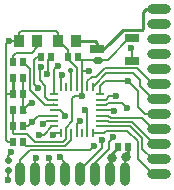
<source format=gbr>
G04 #@! TF.GenerationSoftware,KiCad,Pcbnew,(5.0.2)-1*
G04 #@! TF.CreationDate,2019-07-28T22:14:27+08:00*
G04 #@! TF.ProjectId,NRF24M,4e524632-344d-42e6-9b69-6361645f7063,rev?*
G04 #@! TF.SameCoordinates,Original*
G04 #@! TF.FileFunction,Copper,L1,Top*
G04 #@! TF.FilePolarity,Positive*
%FSLAX46Y46*%
G04 Gerber Fmt 4.6, Leading zero omitted, Abs format (unit mm)*
G04 Created by KiCad (PCBNEW (5.0.2)-1) date 2019-07-28 22:14:27*
%MOMM*%
%LPD*%
G01*
G04 APERTURE LIST*
G04 #@! TA.AperFunction,SMDPad,CuDef*
%ADD10O,0.850000X2.000000*%
G04 #@! TD*
G04 #@! TA.AperFunction,SMDPad,CuDef*
%ADD11O,0.800000X0.200000*%
G04 #@! TD*
G04 #@! TA.AperFunction,SMDPad,CuDef*
%ADD12O,0.200000X0.800000*%
G04 #@! TD*
G04 #@! TA.AperFunction,SMDPad,CuDef*
%ADD13R,0.930000X0.980000*%
G04 #@! TD*
G04 #@! TA.AperFunction,SMDPad,CuDef*
%ADD14R,1.150000X0.650000*%
G04 #@! TD*
G04 #@! TA.AperFunction,ComponentPad*
%ADD15O,2.000000X0.850000*%
G04 #@! TD*
G04 #@! TA.AperFunction,SMDPad,CuDef*
%ADD16R,0.600000X0.650000*%
G04 #@! TD*
G04 #@! TA.AperFunction,ViaPad*
%ADD17C,0.600000*%
G04 #@! TD*
G04 #@! TA.AperFunction,ViaPad*
%ADD18C,0.800000*%
G04 #@! TD*
G04 #@! TA.AperFunction,Conductor*
%ADD19C,0.250000*%
G04 #@! TD*
G04 #@! TA.AperFunction,Conductor*
%ADD20C,0.200000*%
G04 #@! TD*
G04 #@! TA.AperFunction,Conductor*
%ADD21C,0.160000*%
G04 #@! TD*
G04 #@! TA.AperFunction,Conductor*
%ADD22C,0.600000*%
G04 #@! TD*
G04 #@! TA.AperFunction,Conductor*
%ADD23C,0.400000*%
G04 #@! TD*
G04 APERTURE END LIST*
D10*
G04 #@! TO.P,J2,1*
G04 #@! TO.N,+3V3*
X83820000Y-61112400D03*
G04 #@! TO.P,J2,2*
G04 #@! TO.N,GND*
X82550000Y-61112400D03*
G04 #@! TO.P,J2,3*
G04 #@! TO.N,RXD*
X81280000Y-61112400D03*
G04 #@! TO.P,J2,4*
G04 #@! TO.N,TXD*
X80010000Y-61112400D03*
G04 #@! TO.P,J2,5*
G04 #@! TO.N,SCK*
X78740000Y-61112400D03*
G04 #@! TO.P,J2,6*
G04 #@! TO.N,MOSI*
X77470000Y-61112400D03*
G04 #@! TO.P,J2,7*
G04 #@! TO.N,MISO*
X76200000Y-61112400D03*
G04 #@! TO.P,J2,8*
G04 #@! TO.N,RST*
X74930000Y-61112400D03*
G04 #@! TD*
D11*
G04 #@! TO.P,U1,28*
G04 #@! TO.N,D2*
X81655200Y-54390300D03*
G04 #@! TO.P,U1,27*
G04 #@! TO.N,TXD*
X81655200Y-54840300D03*
G04 #@! TO.P,U1,26*
G04 #@! TO.N,RXD*
X81655200Y-55290300D03*
G04 #@! TO.P,U1,25*
G04 #@! TO.N,RST*
X81655200Y-55740300D03*
G04 #@! TO.P,U1,24*
G04 #@! TO.N,SCL*
X81655200Y-56190300D03*
G04 #@! TO.P,U1,23*
G04 #@! TO.N,SDA*
X81655200Y-56640300D03*
G04 #@! TO.P,U1,22*
G04 #@! TO.N,A3*
X81655200Y-57090300D03*
D12*
G04 #@! TO.P,U1,21*
G04 #@! TO.N,A2*
X81055200Y-57690300D03*
G04 #@! TO.P,U1,20*
G04 #@! TO.N,A1*
X80605200Y-57690300D03*
G04 #@! TO.P,U1,19*
G04 #@! TO.N,A0*
X80155200Y-57690300D03*
G04 #@! TO.P,U1,18*
G04 #@! TO.N,GND*
X79705200Y-57690300D03*
G04 #@! TO.P,U1,17*
G04 #@! TO.N,Net-(C2-Pad1)*
X79255200Y-57690300D03*
G04 #@! TO.P,U1,16*
G04 #@! TO.N,+3V3*
X78805200Y-57690300D03*
G04 #@! TO.P,U1,15*
G04 #@! TO.N,SCK*
X78355200Y-57690300D03*
D11*
G04 #@! TO.P,U1,14*
G04 #@! TO.N,MISO*
X77755200Y-57090300D03*
G04 #@! TO.P,U1,13*
G04 #@! TO.N,MOSI*
X77755200Y-56640300D03*
G04 #@! TO.P,U1,12*
G04 #@! TO.N,D10*
X77755200Y-56190300D03*
G04 #@! TO.P,U1,11*
G04 #@! TO.N,D9*
X77755200Y-55740300D03*
G04 #@! TO.P,U1,10*
G04 #@! TO.N,D8*
X77755200Y-55290300D03*
G04 #@! TO.P,U1,9*
G04 #@! TO.N,D7*
X77755200Y-54840300D03*
G04 #@! TO.P,U1,8*
G04 #@! TO.N,D6*
X77755200Y-54390300D03*
D12*
G04 #@! TO.P,U1,7*
G04 #@! TO.N,D5*
X78355200Y-53790300D03*
G04 #@! TO.P,U1,6*
G04 #@! TO.N,XT2*
X78805200Y-53790300D03*
G04 #@! TO.P,U1,5*
G04 #@! TO.N,XT1*
X79255200Y-53790300D03*
G04 #@! TO.P,U1,4*
G04 #@! TO.N,GND*
X79705200Y-53790300D03*
G04 #@! TO.P,U1,3*
G04 #@! TO.N,+3V3*
X80155200Y-53790300D03*
G04 #@! TO.P,U1,2*
G04 #@! TO.N,D4*
X80605200Y-53790300D03*
G04 #@! TO.P,U1,1*
G04 #@! TO.N,D3*
X81055200Y-53790300D03*
G04 #@! TD*
D13*
G04 #@! TO.P,C4,1*
G04 #@! TO.N,VCC*
X79649700Y-49860200D03*
G04 #@! TO.P,C4,2*
G04 #@! TO.N,GND*
X78109700Y-49860200D03*
G04 #@! TD*
D14*
G04 #@! TO.P,VR1,1*
G04 #@! TO.N,GND*
X84406000Y-51546800D03*
G04 #@! TO.P,VR1,2*
G04 #@! TO.N,+3V3*
X84406000Y-49646800D03*
G04 #@! TO.P,VR1,3*
G04 #@! TO.N,VCC*
X81456000Y-50596800D03*
G04 #@! TD*
D15*
G04 #@! TO.P,J1,12*
G04 #@! TO.N,A2*
X86639400Y-61137800D03*
G04 #@! TO.P,J1,11*
G04 #@! TO.N,A3*
X86639400Y-59867800D03*
G04 #@! TO.P,J1,10*
G04 #@! TO.N,SDA*
X86639400Y-58597800D03*
G04 #@! TO.P,J1,9*
G04 #@! TO.N,SCL*
X86639400Y-57327800D03*
G04 #@! TO.P,J1,8*
G04 #@! TO.N,D2*
X86639400Y-56057800D03*
G04 #@! TO.P,J1,7*
G04 #@! TO.N,D3*
X86639400Y-54787800D03*
G04 #@! TO.P,J1,6*
G04 #@! TO.N,D4*
X86639400Y-53517800D03*
G04 #@! TO.P,J1,5*
G04 #@! TO.N,D5*
X86639400Y-52247800D03*
G04 #@! TO.P,J1,4*
G04 #@! TO.N,D6*
X86639400Y-50977800D03*
G04 #@! TO.P,J1,3*
G04 #@! TO.N,D7*
X86639400Y-49707800D03*
G04 #@! TO.P,J1,2*
G04 #@! TO.N,GND*
X86639400Y-48437800D03*
G04 #@! TO.P,J1,1*
G04 #@! TO.N,VCC*
X86639400Y-47167800D03*
G04 #@! TD*
D16*
G04 #@! TO.P,C2,2*
G04 #@! TO.N,GND*
X74287400Y-58474320D03*
G04 #@! TO.P,C2,1*
G04 #@! TO.N,Net-(C2-Pad1)*
X75137400Y-58474320D03*
G04 #@! TD*
G04 #@! TO.P,R1,1*
G04 #@! TO.N,D10*
X75151800Y-57111900D03*
G04 #@! TO.P,R1,2*
G04 #@! TO.N,+3V3*
X74301800Y-57111900D03*
G04 #@! TD*
G04 #@! TO.P,R2,2*
G04 #@! TO.N,+3V3*
X76676700Y-51219100D03*
G04 #@! TO.P,R2,1*
G04 #@! TO.N,D2*
X77526700Y-51219100D03*
G04 #@! TD*
D13*
G04 #@! TO.P,D1,A*
G04 #@! TO.N,Net-(D1-PadA)*
X76335000Y-49860200D03*
G04 #@! TO.P,D1,K*
G04 #@! TO.N,GND*
X74795000Y-49860200D03*
G04 #@! TD*
D16*
G04 #@! TO.P,R3,1*
G04 #@! TO.N,D8*
X75139100Y-51650900D03*
G04 #@! TO.P,R3,2*
G04 #@! TO.N,Net-(D1-PadA)*
X74289100Y-51650900D03*
G04 #@! TD*
G04 #@! TO.P,R4,2*
G04 #@! TO.N,+3V3*
X74301800Y-55753000D03*
G04 #@! TO.P,R4,1*
G04 #@! TO.N,A1*
X75151800Y-55753000D03*
G04 #@! TD*
G04 #@! TO.P,R5,1*
G04 #@! TO.N,A1*
X75139100Y-54394100D03*
G04 #@! TO.P,R5,2*
G04 #@! TO.N,GND*
X74289100Y-54394100D03*
G04 #@! TD*
G04 #@! TO.P,C3,1*
G04 #@! TO.N,A1*
X75151800Y-53035200D03*
G04 #@! TO.P,C3,2*
G04 #@! TO.N,GND*
X74301800Y-53035200D03*
G04 #@! TD*
G04 #@! TO.P,C5,1*
G04 #@! TO.N,+3V3*
X79800000Y-51206400D03*
G04 #@! TO.P,C5,2*
G04 #@! TO.N,GND*
X78950000Y-51206400D03*
G04 #@! TD*
G04 #@! TO.P,C6,1*
G04 #@! TO.N,+3V3*
X84054500Y-58864500D03*
G04 #@! TO.P,C6,2*
G04 #@! TO.N,GND*
X83204500Y-58864500D03*
G04 #@! TD*
D17*
G04 #@! TO.N,GND*
X73951320Y-49875440D03*
X84340700Y-50477870D03*
X79949610Y-56650353D03*
D18*
X82680617Y-59765497D03*
G04 #@! TO.N,+3V3*
X83867280Y-59667417D03*
D17*
X80149700Y-54559200D03*
X76426460Y-53854499D03*
X80741098Y-52382290D03*
G04 #@! TO.N,D5*
X78433946Y-52720176D03*
G04 #@! TO.N,D6*
X78086800Y-51981860D03*
G04 #@! TO.N,D7*
X76712565Y-52044112D03*
G04 #@! TO.N,D9*
X78704020Y-56236360D03*
G04 #@! TO.N,D10*
X75945580Y-56713880D03*
G04 #@! TO.N,MOSI*
X77390840Y-59815220D03*
X76849820Y-56899300D03*
G04 #@! TO.N,MISO*
X76268160Y-59751720D03*
X76478439Y-57809699D03*
G04 #@! TO.N,SCK*
X78269680Y-59729747D03*
X77731200Y-57809708D03*
G04 #@! TO.N,A1*
X75953200Y-55118760D03*
X80377880Y-55761380D03*
G04 #@! TO.N,RST*
X81210761Y-58750729D03*
X82829400Y-55803800D03*
G04 #@! TO.N,RXD*
X82820282Y-58045058D03*
X83997800Y-55575210D03*
G04 #@! TO.N,TXD*
X81850462Y-58270310D03*
X82991529Y-54567588D03*
G04 #@! TO.N,D2*
X84061300Y-53276500D03*
X77212605Y-52668595D03*
X74167580Y-59299600D03*
G04 #@! TO.N,IRQ*
X73870010Y-61611000D03*
G04 #@! TD*
D19*
G04 #@! TO.N,GND*
X74289100Y-53047900D02*
X74301800Y-53035200D01*
X74289100Y-54394100D02*
X74289100Y-53657500D01*
X74289100Y-53657500D02*
X74289100Y-53047900D01*
D20*
X84406000Y-50543170D02*
X84340700Y-50477870D01*
X84406000Y-51546800D02*
X84406000Y-50543170D01*
D21*
X79857600Y-56616600D02*
X79857600Y-56616600D01*
X79705200Y-57690300D02*
X79705200Y-56894763D01*
X79705200Y-56894763D02*
X79949610Y-56650353D01*
D19*
X82654500Y-59439500D02*
X82654500Y-59739380D01*
X83204500Y-58864500D02*
X83204500Y-58889500D01*
D20*
X82550000Y-61112400D02*
X82550000Y-59896114D01*
D19*
X82654500Y-59739380D02*
X82680617Y-59765497D01*
D20*
X82550000Y-59896114D02*
X82680617Y-59765497D01*
D19*
X83204500Y-58889500D02*
X82654500Y-59439500D01*
D20*
X78950000Y-51206400D02*
X78950000Y-50675100D01*
X78950000Y-50675100D02*
X78109700Y-49834800D01*
X79705200Y-53790300D02*
X79705200Y-52161618D01*
X78950000Y-51406418D02*
X78950000Y-51206400D01*
X79705200Y-52161618D02*
X78950000Y-51406418D01*
X73972760Y-49860200D02*
X74795000Y-49860200D01*
X73689099Y-50143861D02*
X73972760Y-49860200D01*
X73727959Y-54394100D02*
X73689099Y-54432960D01*
X74289100Y-54394100D02*
X73727959Y-54394100D01*
X73689099Y-54432960D02*
X73689099Y-50143861D01*
X73689099Y-58267399D02*
X73689099Y-54432960D01*
X74287400Y-58474320D02*
X73896020Y-58474320D01*
X73896020Y-58474320D02*
X73689099Y-58267399D01*
X74276400Y-58470800D02*
X74498238Y-58692638D01*
X78109700Y-49175200D02*
X78109700Y-49860200D01*
X77972849Y-49038349D02*
X78109700Y-49175200D01*
X74952091Y-49038349D02*
X77972849Y-49038349D01*
X74795000Y-49860200D02*
X74795000Y-49195440D01*
X74795000Y-49195440D02*
X74952091Y-49038349D01*
D19*
G04 #@! TO.N,+3V3*
X84054500Y-58864500D02*
X84054500Y-59480197D01*
X84054500Y-59480197D02*
X83867280Y-59667417D01*
D20*
X74301800Y-57111900D02*
X74301800Y-55753000D01*
X80149700Y-54559200D02*
X80149700Y-54295800D01*
X80155200Y-54290300D02*
X80149700Y-54559200D01*
X80155200Y-53790300D02*
X80155200Y-54290300D01*
X80149700Y-54295800D02*
X80149700Y-54559200D01*
X83820000Y-59714697D02*
X83867280Y-59667417D01*
X83820000Y-61112400D02*
X83820000Y-59714697D01*
X80155200Y-52336700D02*
X80155200Y-51561600D01*
X80155200Y-53790300D02*
X80155200Y-52336700D01*
X80155200Y-51561600D02*
X79800000Y-51206400D01*
X79800000Y-51206400D02*
X80066700Y-51473100D01*
X80200790Y-52382290D02*
X80741098Y-52382290D01*
X80155200Y-52336700D02*
X80200790Y-52382290D01*
X76126461Y-53554500D02*
X76426460Y-53854499D01*
X76112555Y-53540594D02*
X76126461Y-53554500D01*
X76112555Y-51487225D02*
X76112555Y-53540594D01*
X76702100Y-51269900D02*
X76329880Y-51269900D01*
X76329880Y-51269900D02*
X76112555Y-51487225D01*
D22*
X81300000Y-51498500D02*
X81630800Y-51498500D01*
D20*
X80066700Y-51473100D02*
X81597500Y-51473100D01*
X81597500Y-51473100D02*
X82329700Y-51473100D01*
X82329700Y-51473100D02*
X84156000Y-49646800D01*
X84156000Y-49646800D02*
X84406000Y-49646800D01*
X79525200Y-54559200D02*
X80149700Y-54559200D01*
X79349600Y-54734800D02*
X79525200Y-54559200D01*
X79349600Y-56670280D02*
X79349600Y-54734800D01*
X78805200Y-57690300D02*
X78805200Y-57214680D01*
X78805200Y-57214680D02*
X79349600Y-56670280D01*
X75521440Y-57736901D02*
X74401801Y-57736901D01*
X74401801Y-57736901D02*
X74301800Y-57636900D01*
X74301800Y-57636900D02*
X74301800Y-57111900D01*
X78585071Y-58409709D02*
X76194248Y-58409709D01*
X78805200Y-57690300D02*
X78805200Y-58189580D01*
X78805200Y-58189580D02*
X78585071Y-58409709D01*
X76194248Y-58409709D02*
X75521440Y-57736901D01*
D21*
G04 #@! TO.N,D3*
X86139400Y-54787800D02*
X86639400Y-54787800D01*
X81250910Y-53594590D02*
X81250910Y-53573644D01*
X81250910Y-53573644D02*
X82216956Y-52607598D01*
X82216956Y-52607598D02*
X84479402Y-52607598D01*
X85023540Y-53671940D02*
X86139400Y-54787800D01*
X84479402Y-52607598D02*
X85023540Y-53151736D01*
X81055200Y-53790300D02*
X81250910Y-53594590D01*
X85023540Y-53151736D02*
X85023540Y-53671940D01*
G04 #@! TO.N,D4*
X86139400Y-53517800D02*
X86639400Y-53517800D01*
X80605200Y-53290300D02*
X80961258Y-52934242D01*
X80605200Y-53790300D02*
X80605200Y-53290300D01*
X80961258Y-52934242D02*
X81381180Y-52934242D01*
X81381180Y-52934242D02*
X82144034Y-52171388D01*
X82144034Y-52171388D02*
X84792988Y-52171388D01*
X84792988Y-52171388D02*
X86139400Y-53517800D01*
D23*
G04 #@! TO.N,XT1*
X79140900Y-52304440D02*
X79138360Y-52304440D01*
D21*
X79255200Y-52418740D02*
X79140900Y-52304440D01*
X79255200Y-53790300D02*
X79255200Y-52418740D01*
G04 #@! TO.N,D5*
X78355200Y-52798922D02*
X78433946Y-52720176D01*
X78355200Y-53790300D02*
X78355200Y-52798922D01*
G04 #@! TO.N,D6*
X77755200Y-54390300D02*
X77792606Y-54352894D01*
X77792606Y-54352894D02*
X77792606Y-52276054D01*
X77792606Y-52276054D02*
X78086800Y-51981860D01*
G04 #@! TO.N,D7*
X76615178Y-52141499D02*
X76712565Y-52044112D01*
X76615178Y-53222958D02*
X76615178Y-52141499D01*
X77063396Y-53671176D02*
X76615178Y-53222958D01*
X77063396Y-54648496D02*
X77063396Y-53671176D01*
X77755200Y-54840300D02*
X77255200Y-54840300D01*
X77255200Y-54840300D02*
X77063396Y-54648496D01*
G04 #@! TO.N,D8*
X77755200Y-55290300D02*
X77710210Y-55245310D01*
X77755200Y-55290300D02*
X77003857Y-55290300D01*
X77003857Y-55290300D02*
X75731801Y-54018244D01*
X75731801Y-54018244D02*
X75731801Y-52268601D01*
X75139100Y-51675900D02*
X75139100Y-51650900D01*
X75731801Y-52268601D02*
X75139100Y-51675900D01*
G04 #@! TO.N,D9*
X78255200Y-55740300D02*
X78704020Y-56189120D01*
X77755200Y-55740300D02*
X78255200Y-55740300D01*
X78704020Y-56189120D02*
X78704020Y-56236360D01*
G04 #@! TO.N,D10*
X75151800Y-57111900D02*
X75611800Y-57111900D01*
X75611800Y-57111900D02*
X75945580Y-56778120D01*
X75945580Y-56778120D02*
X75945580Y-56713880D01*
X76245579Y-56413881D02*
X75945580Y-56713880D01*
X76469160Y-56190300D02*
X76245579Y-56413881D01*
X77755200Y-56190300D02*
X76469160Y-56190300D01*
G04 #@! TO.N,MOSI*
X77470000Y-59894380D02*
X77390840Y-59815220D01*
X77470000Y-61112400D02*
X77470000Y-59894380D01*
X77755200Y-56640300D02*
X77108820Y-56640300D01*
X77108820Y-56640300D02*
X76849820Y-56899300D01*
G04 #@! TO.N,MISO*
X76200000Y-59819880D02*
X76268160Y-59751720D01*
X76200000Y-61112400D02*
X76200000Y-59819880D01*
X77625983Y-57090300D02*
X76906584Y-57809699D01*
X77755200Y-57090300D02*
X77625983Y-57090300D01*
X76906584Y-57809699D02*
X76902703Y-57809699D01*
X76902703Y-57809699D02*
X76478439Y-57809699D01*
G04 #@! TO.N,SCK*
X78714600Y-61061600D02*
X78714600Y-60561600D01*
X78740000Y-60200067D02*
X78269680Y-59729747D01*
X78740000Y-61112400D02*
X78740000Y-60200067D01*
X77850608Y-57690300D02*
X77731200Y-57809708D01*
X78355200Y-57690300D02*
X77850608Y-57690300D01*
G04 #@! TO.N,A1*
X75151800Y-55753000D02*
X75151800Y-53035200D01*
X75151800Y-55753000D02*
X75405800Y-56007000D01*
X75761040Y-55118760D02*
X75953200Y-55118760D01*
X75151800Y-55728000D02*
X75761040Y-55118760D01*
X75151800Y-55753000D02*
X75151800Y-55728000D01*
X80605200Y-57690300D02*
X80605200Y-55988700D01*
X80605200Y-55988700D02*
X80377880Y-55761380D01*
G04 #@! TO.N,A2*
X81976196Y-57690300D02*
X81055200Y-57690300D01*
X82201446Y-57465050D02*
X81976196Y-57690300D01*
X84899080Y-58368780D02*
X83995350Y-57465050D01*
X86139400Y-61137800D02*
X84899080Y-59897480D01*
X86639400Y-61137800D02*
X86139400Y-61137800D01*
X83995350Y-57465050D02*
X82201446Y-57465050D01*
X84899080Y-59897480D02*
X84899080Y-58368780D01*
G04 #@! TO.N,A3*
X86139400Y-59867800D02*
X86639400Y-59867800D01*
X85259091Y-58112751D02*
X85259091Y-58987491D01*
X84251380Y-57105040D02*
X85259091Y-58112751D01*
X81669940Y-57105040D02*
X84251380Y-57105040D01*
X85259091Y-58987491D02*
X86139400Y-59867800D01*
X81655200Y-57090300D02*
X81669940Y-57105040D01*
G04 #@! TO.N,SDA*
X86253272Y-58597800D02*
X86639400Y-58597800D01*
X84399832Y-56744360D02*
X86253272Y-58597800D01*
X82430200Y-56744360D02*
X84399832Y-56744360D01*
X82326140Y-56640300D02*
X82430200Y-56744360D01*
X81655200Y-56640300D02*
X82326140Y-56640300D01*
G04 #@! TO.N,SCL*
X82579321Y-56384349D02*
X85195949Y-56384349D01*
X85195949Y-56384349D02*
X86139400Y-57327800D01*
X82385272Y-56190300D02*
X82579321Y-56384349D01*
X81655200Y-56190300D02*
X82385272Y-56190300D01*
X86139400Y-57327800D02*
X86639400Y-57327800D01*
G04 #@! TO.N,RST*
X81655200Y-55740300D02*
X82765900Y-55740300D01*
X82765900Y-55740300D02*
X82829400Y-55803800D01*
X80910762Y-59050728D02*
X81210761Y-58750729D01*
X75732669Y-59149731D02*
X80811759Y-59149731D01*
X74930000Y-59952400D02*
X75732669Y-59149731D01*
X74930000Y-61112400D02*
X74930000Y-59952400D01*
X80811759Y-59149731D02*
X80910762Y-59050728D01*
G04 #@! TO.N,RXD*
X82155200Y-55290300D02*
X81655200Y-55290300D01*
X82208991Y-55290300D02*
X82155200Y-55290300D01*
X82351702Y-55147589D02*
X82208991Y-55290300D01*
X83570179Y-55147589D02*
X82351702Y-55147589D01*
X83997800Y-55575210D02*
X83570179Y-55147589D01*
X82520283Y-58345057D02*
X82820282Y-58045058D01*
X82440360Y-58424980D02*
X82520283Y-58345057D01*
X82440360Y-59044074D02*
X82440360Y-58424980D01*
X81254600Y-61061600D02*
X81254600Y-60229834D01*
X81254600Y-60229834D02*
X82440360Y-59044074D01*
G04 #@! TO.N,TXD*
X79984600Y-61061600D02*
X79984600Y-60802742D01*
X81850462Y-58936880D02*
X81850462Y-58694574D01*
X81850462Y-58694574D02*
X81850462Y-58270310D01*
X79984600Y-60802742D02*
X81850462Y-58936880D01*
X82567265Y-54567588D02*
X82991529Y-54567588D01*
X81655200Y-54840300D02*
X82149860Y-54840300D01*
X82422572Y-54567588D02*
X82567265Y-54567588D01*
X82149860Y-54840300D02*
X82422572Y-54567588D01*
D22*
G04 #@! TO.N,D2*
X73864560Y-59964980D02*
X73864560Y-59964980D01*
D21*
X83637036Y-53276500D02*
X84061300Y-53276500D01*
X82077900Y-53276500D02*
X83637036Y-53276500D01*
X81655200Y-54390300D02*
X81655200Y-53699200D01*
X81655200Y-53699200D02*
X82077900Y-53276500D01*
X77292566Y-52588634D02*
X77212605Y-52668595D01*
X77292566Y-51529434D02*
X77292566Y-52588634D01*
X77552100Y-51269900D02*
X77292566Y-51529434D01*
X73867581Y-59599599D02*
X73867581Y-60110139D01*
X74167580Y-59299600D02*
X73867581Y-59599599D01*
X84061300Y-53277680D02*
X84061300Y-53276500D01*
X84927020Y-54143400D02*
X84061300Y-53277680D01*
X84927020Y-55489600D02*
X84927020Y-54143400D01*
X86639400Y-56057800D02*
X85495220Y-56057800D01*
X85495220Y-56057800D02*
X84927020Y-55489600D01*
G04 #@! TO.N,Net-(D1-PadA)*
X76335000Y-50408800D02*
X76335000Y-49860200D01*
X75879540Y-50864260D02*
X76335000Y-50408800D01*
X74590740Y-50864260D02*
X75879540Y-50864260D01*
X74289100Y-51650900D02*
X74289100Y-51165900D01*
X74289100Y-51165900D02*
X74590740Y-50864260D01*
D19*
G04 #@! TO.N,VCC*
X79649700Y-49860200D02*
X81229200Y-49860200D01*
X81456000Y-50087000D02*
X81456000Y-50596800D01*
X81229200Y-49860200D02*
X81456000Y-50087000D01*
X85560240Y-47167800D02*
X86487000Y-47167800D01*
X85314390Y-47413650D02*
X85560240Y-47167800D01*
X85314390Y-48863990D02*
X85314390Y-47413650D01*
X86639400Y-47320200D02*
X86639400Y-47167800D01*
X81965800Y-50596800D02*
X82415502Y-50147098D01*
X82415502Y-50147098D02*
X82420700Y-50147098D01*
X86487000Y-47167800D02*
X86639400Y-47320200D01*
X82420700Y-50147098D02*
X83596598Y-48971200D01*
X81456000Y-50596800D02*
X81965800Y-50596800D01*
X83596598Y-48971200D02*
X85207180Y-48971200D01*
X85207180Y-48971200D02*
X85314390Y-48863990D01*
D22*
G04 #@! TO.N,IRQ*
X73869640Y-60767620D02*
X73869640Y-60767620D01*
D21*
X73870010Y-61611000D02*
X73870010Y-60710824D01*
X73870010Y-60710824D02*
X73868486Y-60709300D01*
G04 #@! TO.N,Net-(C2-Pad1)*
X75126400Y-58470800D02*
X75445320Y-58789720D01*
X79255200Y-58250300D02*
X79255200Y-57690300D01*
X79255200Y-58276996D02*
X79255200Y-58250300D01*
X78742476Y-58789720D02*
X79255200Y-58276996D01*
X75445320Y-58789720D02*
X78742476Y-58789720D01*
G04 #@! TD*
M02*

</source>
